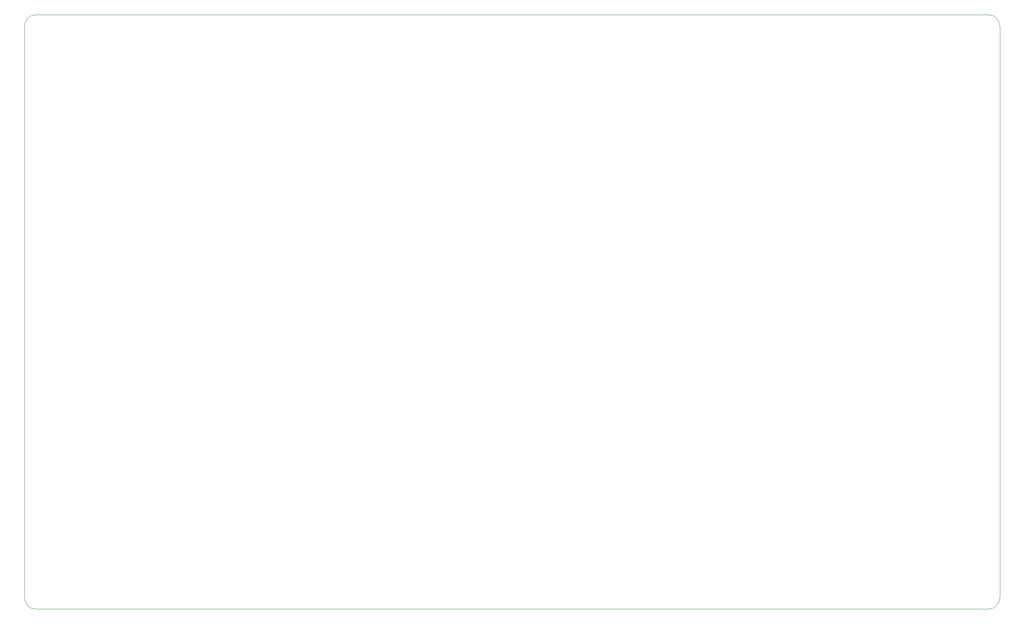
<source format=gm1>
%TF.GenerationSoftware,KiCad,Pcbnew,(5.1.10)-1*%
%TF.CreationDate,2021-10-14T07:24:40+09:00*%
%TF.ProjectId,G_One_PCB,475f4f6e-655f-4504-9342-2e6b69636164,rev?*%
%TF.SameCoordinates,Original*%
%TF.FileFunction,Profile,NP*%
%FSLAX46Y46*%
G04 Gerber Fmt 4.6, Leading zero omitted, Abs format (unit mm)*
G04 Created by KiCad (PCBNEW (5.1.10)-1) date 2021-10-14 07:24:40*
%MOMM*%
%LPD*%
G01*
G04 APERTURE LIST*
%TA.AperFunction,Profile*%
%ADD10C,0.050000*%
%TD*%
G04 APERTURE END LIST*
D10*
X2500000Y133750000D02*
X216750000Y133750000D01*
X0Y2500000D02*
X0Y131250000D01*
X216750000Y0D02*
X2500000Y0D01*
X219250000Y131250000D02*
X219250000Y2500000D01*
X0Y131250000D02*
G75*
G02*
X2500000Y133750000I2500000J0D01*
G01*
X2500000Y0D02*
G75*
G02*
X0Y2500000I0J2500000D01*
G01*
X219250000Y2500000D02*
G75*
G02*
X216750000Y0I-2500000J0D01*
G01*
X216750000Y133750000D02*
G75*
G02*
X219250000Y131250000I0J-2500000D01*
G01*
M02*

</source>
